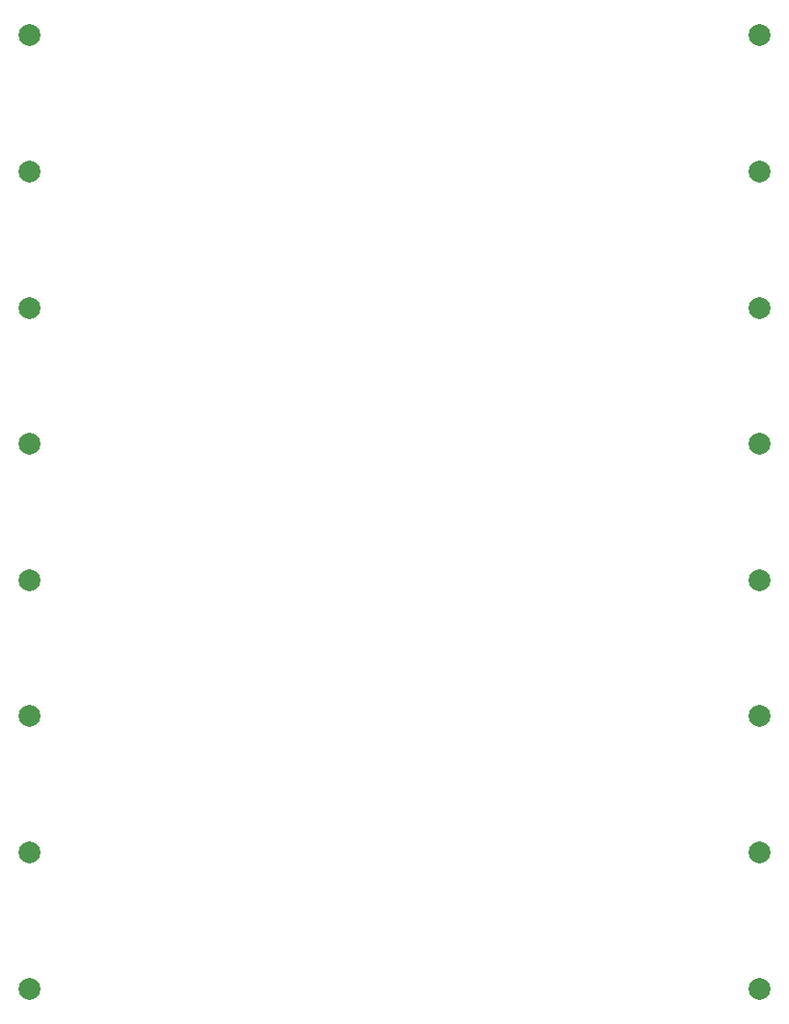
<source format=gbp>
G04 #@! TF.GenerationSoftware,KiCad,Pcbnew,7.0.7*
G04 #@! TF.CreationDate,2023-09-19T00:26:08+09:00*
G04 #@! TF.ProjectId,motordecoder2-k3066v3-p,6d6f746f-7264-4656-936f-646572322d6b,rev?*
G04 #@! TF.SameCoordinates,Original*
G04 #@! TF.FileFunction,Paste,Bot*
G04 #@! TF.FilePolarity,Positive*
%FSLAX46Y46*%
G04 Gerber Fmt 4.6, Leading zero omitted, Abs format (unit mm)*
G04 Created by KiCad (PCBNEW 7.0.7) date 2023-09-19 00:26:08*
%MOMM*%
%LPD*%
G01*
G04 APERTURE LIST*
%ADD10C,2.000000*%
G04 APERTURE END LIST*
D10*
X114500000Y-86500000D03*
X181500000Y-136500000D03*
X114500000Y-61500000D03*
X181500000Y-74000000D03*
X181500000Y-61500000D03*
X114500000Y-74000000D03*
X181500000Y-86500000D03*
X114500000Y-136500000D03*
X114500000Y-49000000D03*
X181500000Y-99000000D03*
X181500000Y-111500000D03*
X114500000Y-111500000D03*
X181500000Y-124000000D03*
X114500000Y-124000000D03*
X114500000Y-99000000D03*
X181500000Y-49000000D03*
M02*

</source>
